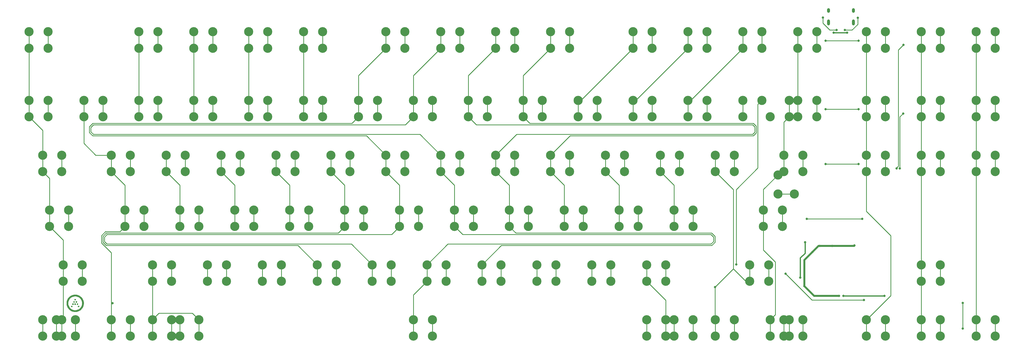
<source format=gtl>
G04 #@! TF.GenerationSoftware,KiCad,Pcbnew,(5.0.0)*
G04 #@! TF.CreationDate,2019-01-11T00:29:23-08:00*
G04 #@! TF.ProjectId,Celestine,43656C657374696E652E6B696361645F,rev?*
G04 #@! TF.SameCoordinates,Original*
G04 #@! TF.FileFunction,Copper,L1,Top,Signal*
G04 #@! TF.FilePolarity,Positive*
%FSLAX46Y46*%
G04 Gerber Fmt 4.6, Leading zero omitted, Abs format (unit mm)*
G04 Created by KiCad (PCBNEW (5.0.0)) date 01/11/19 00:29:23*
%MOMM*%
%LPD*%
G01*
G04 APERTURE LIST*
G04 #@! TA.AperFunction,EtchedComponent*
%ADD10C,0.010000*%
G04 #@! TD*
G04 #@! TA.AperFunction,ComponentPad*
%ADD11C,3.180000*%
G04 #@! TD*
G04 #@! TA.AperFunction,ComponentPad*
%ADD12O,1.000000X1.600000*%
G04 #@! TD*
G04 #@! TA.AperFunction,ComponentPad*
%ADD13O,1.000000X2.100000*%
G04 #@! TD*
G04 #@! TA.AperFunction,ViaPad*
%ADD14C,0.800000*%
G04 #@! TD*
G04 #@! TA.AperFunction,Conductor*
%ADD15C,0.381000*%
G04 #@! TD*
G04 #@! TA.AperFunction,Conductor*
%ADD16C,0.635000*%
G04 #@! TD*
G04 #@! TA.AperFunction,Conductor*
%ADD17C,0.254000*%
G04 #@! TD*
G04 #@! TA.AperFunction,Conductor*
%ADD18C,0.250000*%
G04 #@! TD*
G04 APERTURE END LIST*
D10*
G04 #@! TO.C,G\002A\002A\002A*
G36*
X44640500Y-100520500D02*
X44235688Y-100520500D01*
X44235688Y-100115688D01*
X44640500Y-100115688D01*
X44640500Y-100520500D01*
X44640500Y-100520500D01*
G37*
X44640500Y-100520500D02*
X44235688Y-100520500D01*
X44235688Y-100115688D01*
X44640500Y-100115688D01*
X44640500Y-100520500D01*
G36*
X45045313Y-101306313D02*
X44640500Y-101306313D01*
X44640500Y-100925313D01*
X45045313Y-100925313D01*
X45045313Y-101306313D01*
X45045313Y-101306313D01*
G37*
X45045313Y-101306313D02*
X44640500Y-101306313D01*
X44640500Y-100925313D01*
X45045313Y-100925313D01*
X45045313Y-101306313D01*
G36*
X44235688Y-101306313D02*
X43854688Y-101306313D01*
X43854688Y-100925313D01*
X44235688Y-100925313D01*
X44235688Y-101306313D01*
X44235688Y-101306313D01*
G37*
X44235688Y-101306313D02*
X43854688Y-101306313D01*
X43854688Y-100925313D01*
X44235688Y-100925313D01*
X44235688Y-101306313D01*
G36*
X45426313Y-102115938D02*
X45045313Y-102115938D01*
X45045313Y-101711125D01*
X45426313Y-101711125D01*
X45426313Y-102115938D01*
X45426313Y-102115938D01*
G37*
X45426313Y-102115938D02*
X45045313Y-102115938D01*
X45045313Y-101711125D01*
X45426313Y-101711125D01*
X45426313Y-102115938D01*
G36*
X44640500Y-102115938D02*
X44235688Y-102115938D01*
X44235688Y-101711125D01*
X44640500Y-101711125D01*
X44640500Y-102115938D01*
X44640500Y-102115938D01*
G37*
X44640500Y-102115938D02*
X44235688Y-102115938D01*
X44235688Y-101711125D01*
X44640500Y-101711125D01*
X44640500Y-102115938D01*
G36*
X43854688Y-102115938D02*
X43449875Y-102115938D01*
X43449875Y-101711125D01*
X43854688Y-101711125D01*
X43854688Y-102115938D01*
X43854688Y-102115938D01*
G37*
X43854688Y-102115938D02*
X43449875Y-102115938D01*
X43449875Y-101711125D01*
X43854688Y-101711125D01*
X43854688Y-102115938D01*
G36*
X45831125Y-102901750D02*
X45426313Y-102901750D01*
X45426313Y-102496938D01*
X45831125Y-102496938D01*
X45831125Y-102901750D01*
X45831125Y-102901750D01*
G37*
X45831125Y-102901750D02*
X45426313Y-102901750D01*
X45426313Y-102496938D01*
X45831125Y-102496938D01*
X45831125Y-102901750D01*
G36*
X43449875Y-102901750D02*
X43045063Y-102901750D01*
X43045063Y-102496938D01*
X43449875Y-102496938D01*
X43449875Y-102901750D01*
X43449875Y-102901750D01*
G37*
X43449875Y-102901750D02*
X43045063Y-102901750D01*
X43045063Y-102496938D01*
X43449875Y-102496938D01*
X43449875Y-102901750D01*
G36*
X44453969Y-98628045D02*
X44578087Y-98629415D01*
X44689799Y-98633572D01*
X44792392Y-98640919D01*
X44889156Y-98651860D01*
X44983378Y-98666798D01*
X45078347Y-98686137D01*
X45177351Y-98710281D01*
X45222630Y-98722418D01*
X45431177Y-98787656D01*
X45633265Y-98866992D01*
X45828128Y-98960028D01*
X46014999Y-99066368D01*
X46193114Y-99185616D01*
X46345260Y-99303617D01*
X46502928Y-99444342D01*
X46650265Y-99595787D01*
X46786586Y-99756885D01*
X46911208Y-99926567D01*
X47023447Y-100103766D01*
X47122620Y-100287416D01*
X47208042Y-100476447D01*
X47279030Y-100669793D01*
X47327784Y-100837803D01*
X47360855Y-100977789D01*
X47386215Y-101109725D01*
X47404607Y-101238997D01*
X47416775Y-101370993D01*
X47423461Y-101511100D01*
X47424114Y-101536500D01*
X47421395Y-101754797D01*
X47403200Y-101969580D01*
X47369535Y-102180821D01*
X47320406Y-102388489D01*
X47255819Y-102592555D01*
X47191622Y-102756487D01*
X47163539Y-102821752D01*
X47139477Y-102875910D01*
X47117608Y-102922613D01*
X47096107Y-102965513D01*
X47073146Y-103008263D01*
X47046900Y-103054515D01*
X47017775Y-103104156D01*
X46898556Y-103290427D01*
X46768452Y-103465153D01*
X46627329Y-103628465D01*
X46475055Y-103780496D01*
X46311497Y-103921380D01*
X46136524Y-104051248D01*
X45954156Y-104167775D01*
X45901327Y-104198744D01*
X45855414Y-104224721D01*
X45812765Y-104247531D01*
X45769728Y-104269001D01*
X45722651Y-104290957D01*
X45667881Y-104315225D01*
X45606487Y-104341622D01*
X45510254Y-104381169D01*
X45421536Y-104414208D01*
X45334422Y-104442695D01*
X45242998Y-104468589D01*
X45160406Y-104489322D01*
X44995890Y-104524876D01*
X44838795Y-104550553D01*
X44684567Y-104566893D01*
X44528649Y-104574436D01*
X44438094Y-104575013D01*
X44386875Y-104574498D01*
X44338754Y-104573793D01*
X44296874Y-104572960D01*
X44264378Y-104572063D01*
X44244410Y-104571165D01*
X44243625Y-104571109D01*
X44027451Y-104547157D01*
X43814694Y-104508170D01*
X43606213Y-104454467D01*
X43402868Y-104386363D01*
X43205516Y-104304176D01*
X43015018Y-104208225D01*
X42832232Y-104098826D01*
X42681276Y-103993796D01*
X42508349Y-103855449D01*
X42347665Y-103707088D01*
X42199451Y-103549039D01*
X42063929Y-103381632D01*
X41941324Y-103205194D01*
X41831861Y-103020052D01*
X41735763Y-102826535D01*
X41653256Y-102624971D01*
X41584563Y-102415688D01*
X41572418Y-102372630D01*
X41546052Y-102270835D01*
X41524667Y-102174511D01*
X41507859Y-102080367D01*
X41495225Y-101985117D01*
X41486360Y-101885470D01*
X41480862Y-101778140D01*
X41478326Y-101659836D01*
X41478045Y-101603969D01*
X41478720Y-101548608D01*
X42010794Y-101548608D01*
X42010897Y-101628746D01*
X42012563Y-101708410D01*
X42015759Y-101783537D01*
X42020456Y-101850060D01*
X42024176Y-101885750D01*
X42056050Y-102083048D01*
X42102701Y-102274663D01*
X42163951Y-102460222D01*
X42239619Y-102639349D01*
X42329527Y-102811669D01*
X42433494Y-102976809D01*
X42551341Y-103134393D01*
X42682888Y-103284047D01*
X42705224Y-103307260D01*
X42839458Y-103434334D01*
X42985160Y-103552270D01*
X43139631Y-103659090D01*
X43300169Y-103752816D01*
X43345958Y-103776504D01*
X43420366Y-103813153D01*
X43485607Y-103843372D01*
X43546104Y-103868940D01*
X43606278Y-103891634D01*
X43670551Y-103913233D01*
X43735625Y-103933227D01*
X43924838Y-103982640D01*
X44110589Y-104017091D01*
X44294327Y-104036714D01*
X44477503Y-104041642D01*
X44661564Y-104032011D01*
X44728106Y-104025031D01*
X44915438Y-103996087D01*
X45095019Y-103954278D01*
X45269357Y-103898854D01*
X45440959Y-103829064D01*
X45537916Y-103782866D01*
X45708548Y-103689447D01*
X45867964Y-103585712D01*
X46016922Y-103470974D01*
X46156179Y-103344550D01*
X46286494Y-103205754D01*
X46408624Y-103053903D01*
X46516892Y-102898259D01*
X46542018Y-102857068D01*
X46571341Y-102804940D01*
X46603041Y-102745496D01*
X46635299Y-102682356D01*
X46666293Y-102619140D01*
X46694206Y-102559467D01*
X46717215Y-102506957D01*
X46730653Y-102473125D01*
X46793520Y-102281584D01*
X46840916Y-102088845D01*
X46872800Y-101895450D01*
X46889130Y-101701940D01*
X46889868Y-101508857D01*
X46874972Y-101316742D01*
X46844402Y-101126136D01*
X46834599Y-101080094D01*
X46800950Y-100943801D01*
X46762642Y-100817618D01*
X46717704Y-100696007D01*
X46664163Y-100573432D01*
X46626504Y-100495958D01*
X46532799Y-100327110D01*
X46425974Y-100166673D01*
X46306798Y-100015368D01*
X46176037Y-99873914D01*
X46034460Y-99743031D01*
X45882834Y-99623440D01*
X45721927Y-99515860D01*
X45552507Y-99421011D01*
X45408325Y-99353480D01*
X45236697Y-99287085D01*
X45064143Y-99235087D01*
X44888656Y-99197078D01*
X44708226Y-99172651D01*
X44520845Y-99161397D01*
X44457938Y-99160507D01*
X44259843Y-99166877D01*
X44068215Y-99187522D01*
X43882281Y-99222673D01*
X43701265Y-99272567D01*
X43524394Y-99337435D01*
X43350894Y-99417513D01*
X43179991Y-99513035D01*
X43079294Y-99577244D01*
X42939861Y-99678772D01*
X42805663Y-99793278D01*
X42678341Y-99918839D01*
X42559535Y-100053531D01*
X42450886Y-100195431D01*
X42354035Y-100342615D01*
X42270622Y-100493161D01*
X42235826Y-100566080D01*
X42174423Y-100710939D01*
X42124192Y-100850178D01*
X42083935Y-100988126D01*
X42052456Y-101129114D01*
X42028556Y-101277471D01*
X42020155Y-101346000D01*
X42015392Y-101403170D01*
X42012282Y-101472061D01*
X42010794Y-101548608D01*
X41478720Y-101548608D01*
X41479790Y-101460973D01*
X41485664Y-101330106D01*
X41496238Y-101208025D01*
X41512085Y-101091385D01*
X41533777Y-100976844D01*
X41561887Y-100861059D01*
X41596986Y-100740687D01*
X41639647Y-100612384D01*
X41655341Y-100568125D01*
X41733726Y-100373406D01*
X41826566Y-100185072D01*
X41933672Y-100003385D01*
X42054852Y-99828608D01*
X42189917Y-99661003D01*
X42338674Y-99500833D01*
X42500933Y-99348360D01*
X42607771Y-99258179D01*
X42693600Y-99192686D01*
X42791139Y-99125360D01*
X42896748Y-99058412D01*
X43006786Y-98994055D01*
X43117613Y-98934500D01*
X43225589Y-98881958D01*
X43231594Y-98879215D01*
X43301554Y-98849342D01*
X43382735Y-98817956D01*
X43470767Y-98786536D01*
X43561279Y-98756562D01*
X43649901Y-98729511D01*
X43732264Y-98706864D01*
X43764150Y-98698971D01*
X43857375Y-98678203D01*
X43946349Y-98661543D01*
X44034353Y-98648652D01*
X44124669Y-98639195D01*
X44220578Y-98632832D01*
X44325360Y-98629228D01*
X44442295Y-98628044D01*
X44453969Y-98628045D01*
X44453969Y-98628045D01*
G37*
X44453969Y-98628045D02*
X44578087Y-98629415D01*
X44689799Y-98633572D01*
X44792392Y-98640919D01*
X44889156Y-98651860D01*
X44983378Y-98666798D01*
X45078347Y-98686137D01*
X45177351Y-98710281D01*
X45222630Y-98722418D01*
X45431177Y-98787656D01*
X45633265Y-98866992D01*
X45828128Y-98960028D01*
X46014999Y-99066368D01*
X46193114Y-99185616D01*
X46345260Y-99303617D01*
X46502928Y-99444342D01*
X46650265Y-99595787D01*
X46786586Y-99756885D01*
X46911208Y-99926567D01*
X47023447Y-100103766D01*
X47122620Y-100287416D01*
X47208042Y-100476447D01*
X47279030Y-100669793D01*
X47327784Y-100837803D01*
X47360855Y-100977789D01*
X47386215Y-101109725D01*
X47404607Y-101238997D01*
X47416775Y-101370993D01*
X47423461Y-101511100D01*
X47424114Y-101536500D01*
X47421395Y-101754797D01*
X47403200Y-101969580D01*
X47369535Y-102180821D01*
X47320406Y-102388489D01*
X47255819Y-102592555D01*
X47191622Y-102756487D01*
X47163539Y-102821752D01*
X47139477Y-102875910D01*
X47117608Y-102922613D01*
X47096107Y-102965513D01*
X47073146Y-103008263D01*
X47046900Y-103054515D01*
X47017775Y-103104156D01*
X46898556Y-103290427D01*
X46768452Y-103465153D01*
X46627329Y-103628465D01*
X46475055Y-103780496D01*
X46311497Y-103921380D01*
X46136524Y-104051248D01*
X45954156Y-104167775D01*
X45901327Y-104198744D01*
X45855414Y-104224721D01*
X45812765Y-104247531D01*
X45769728Y-104269001D01*
X45722651Y-104290957D01*
X45667881Y-104315225D01*
X45606487Y-104341622D01*
X45510254Y-104381169D01*
X45421536Y-104414208D01*
X45334422Y-104442695D01*
X45242998Y-104468589D01*
X45160406Y-104489322D01*
X44995890Y-104524876D01*
X44838795Y-104550553D01*
X44684567Y-104566893D01*
X44528649Y-104574436D01*
X44438094Y-104575013D01*
X44386875Y-104574498D01*
X44338754Y-104573793D01*
X44296874Y-104572960D01*
X44264378Y-104572063D01*
X44244410Y-104571165D01*
X44243625Y-104571109D01*
X44027451Y-104547157D01*
X43814694Y-104508170D01*
X43606213Y-104454467D01*
X43402868Y-104386363D01*
X43205516Y-104304176D01*
X43015018Y-104208225D01*
X42832232Y-104098826D01*
X42681276Y-103993796D01*
X42508349Y-103855449D01*
X42347665Y-103707088D01*
X42199451Y-103549039D01*
X42063929Y-103381632D01*
X41941324Y-103205194D01*
X41831861Y-103020052D01*
X41735763Y-102826535D01*
X41653256Y-102624971D01*
X41584563Y-102415688D01*
X41572418Y-102372630D01*
X41546052Y-102270835D01*
X41524667Y-102174511D01*
X41507859Y-102080367D01*
X41495225Y-101985117D01*
X41486360Y-101885470D01*
X41480862Y-101778140D01*
X41478326Y-101659836D01*
X41478045Y-101603969D01*
X41478720Y-101548608D01*
X42010794Y-101548608D01*
X42010897Y-101628746D01*
X42012563Y-101708410D01*
X42015759Y-101783537D01*
X42020456Y-101850060D01*
X42024176Y-101885750D01*
X42056050Y-102083048D01*
X42102701Y-102274663D01*
X42163951Y-102460222D01*
X42239619Y-102639349D01*
X42329527Y-102811669D01*
X42433494Y-102976809D01*
X42551341Y-103134393D01*
X42682888Y-103284047D01*
X42705224Y-103307260D01*
X42839458Y-103434334D01*
X42985160Y-103552270D01*
X43139631Y-103659090D01*
X43300169Y-103752816D01*
X43345958Y-103776504D01*
X43420366Y-103813153D01*
X43485607Y-103843372D01*
X43546104Y-103868940D01*
X43606278Y-103891634D01*
X43670551Y-103913233D01*
X43735625Y-103933227D01*
X43924838Y-103982640D01*
X44110589Y-104017091D01*
X44294327Y-104036714D01*
X44477503Y-104041642D01*
X44661564Y-104032011D01*
X44728106Y-104025031D01*
X44915438Y-103996087D01*
X45095019Y-103954278D01*
X45269357Y-103898854D01*
X45440959Y-103829064D01*
X45537916Y-103782866D01*
X45708548Y-103689447D01*
X45867964Y-103585712D01*
X46016922Y-103470974D01*
X46156179Y-103344550D01*
X46286494Y-103205754D01*
X46408624Y-103053903D01*
X46516892Y-102898259D01*
X46542018Y-102857068D01*
X46571341Y-102804940D01*
X46603041Y-102745496D01*
X46635299Y-102682356D01*
X46666293Y-102619140D01*
X46694206Y-102559467D01*
X46717215Y-102506957D01*
X46730653Y-102473125D01*
X46793520Y-102281584D01*
X46840916Y-102088845D01*
X46872800Y-101895450D01*
X46889130Y-101701940D01*
X46889868Y-101508857D01*
X46874972Y-101316742D01*
X46844402Y-101126136D01*
X46834599Y-101080094D01*
X46800950Y-100943801D01*
X46762642Y-100817618D01*
X46717704Y-100696007D01*
X46664163Y-100573432D01*
X46626504Y-100495958D01*
X46532799Y-100327110D01*
X46425974Y-100166673D01*
X46306798Y-100015368D01*
X46176037Y-99873914D01*
X46034460Y-99743031D01*
X45882834Y-99623440D01*
X45721927Y-99515860D01*
X45552507Y-99421011D01*
X45408325Y-99353480D01*
X45236697Y-99287085D01*
X45064143Y-99235087D01*
X44888656Y-99197078D01*
X44708226Y-99172651D01*
X44520845Y-99161397D01*
X44457938Y-99160507D01*
X44259843Y-99166877D01*
X44068215Y-99187522D01*
X43882281Y-99222673D01*
X43701265Y-99272567D01*
X43524394Y-99337435D01*
X43350894Y-99417513D01*
X43179991Y-99513035D01*
X43079294Y-99577244D01*
X42939861Y-99678772D01*
X42805663Y-99793278D01*
X42678341Y-99918839D01*
X42559535Y-100053531D01*
X42450886Y-100195431D01*
X42354035Y-100342615D01*
X42270622Y-100493161D01*
X42235826Y-100566080D01*
X42174423Y-100710939D01*
X42124192Y-100850178D01*
X42083935Y-100988126D01*
X42052456Y-101129114D01*
X42028556Y-101277471D01*
X42020155Y-101346000D01*
X42015392Y-101403170D01*
X42012282Y-101472061D01*
X42010794Y-101548608D01*
X41478720Y-101548608D01*
X41479790Y-101460973D01*
X41485664Y-101330106D01*
X41496238Y-101208025D01*
X41512085Y-101091385D01*
X41533777Y-100976844D01*
X41561887Y-100861059D01*
X41596986Y-100740687D01*
X41639647Y-100612384D01*
X41655341Y-100568125D01*
X41733726Y-100373406D01*
X41826566Y-100185072D01*
X41933672Y-100003385D01*
X42054852Y-99828608D01*
X42189917Y-99661003D01*
X42338674Y-99500833D01*
X42500933Y-99348360D01*
X42607771Y-99258179D01*
X42693600Y-99192686D01*
X42791139Y-99125360D01*
X42896748Y-99058412D01*
X43006786Y-98994055D01*
X43117613Y-98934500D01*
X43225589Y-98881958D01*
X43231594Y-98879215D01*
X43301554Y-98849342D01*
X43382735Y-98817956D01*
X43470767Y-98786536D01*
X43561279Y-98756562D01*
X43649901Y-98729511D01*
X43732264Y-98706864D01*
X43764150Y-98698971D01*
X43857375Y-98678203D01*
X43946349Y-98661543D01*
X44034353Y-98648652D01*
X44124669Y-98639195D01*
X44220578Y-98632832D01*
X44325360Y-98629228D01*
X44442295Y-98628044D01*
X44453969Y-98628045D01*
G04 #@! TD*
D11*
G04 #@! TO.P,K_.1,2*
G04 #@! TO.N,Net-(D54-Pad2)*
X230312500Y-93980000D03*
X230312500Y-88260000D03*
G04 #@! TO.P,K_.1,1*
G04 #@! TO.N,COL10*
X223712500Y-93980000D03*
X223712500Y-88260000D03*
G04 #@! TD*
G04 #@! TO.P,K_\002C1,2*
G04 #@! TO.N,Net-(D53-Pad2)*
X211262500Y-93980000D03*
X211262500Y-88260000D03*
G04 #@! TO.P,K_\002C1,1*
G04 #@! TO.N,COL9*
X204662500Y-93980000D03*
X204662500Y-88260000D03*
G04 #@! TD*
G04 #@! TO.P,K_#1,2*
G04 #@! TO.N,Net-(D2-Pad2)*
X54100000Y-36830000D03*
X54100000Y-31110000D03*
G04 #@! TO.P,K_#1,1*
G04 #@! TO.N,COL1*
X47500000Y-36830000D03*
X47500000Y-31110000D03*
G04 #@! TD*
G04 #@! TO.P,K_#2,1*
G04 #@! TO.N,COL2*
X66550000Y-31110000D03*
X66550000Y-36830000D03*
G04 #@! TO.P,K_#2,2*
G04 #@! TO.N,Net-(D3-Pad2)*
X73150000Y-31110000D03*
X73150000Y-36830000D03*
G04 #@! TD*
G04 #@! TO.P,K_#3,2*
G04 #@! TO.N,Net-(D4-Pad2)*
X92200000Y-36830000D03*
X92200000Y-31110000D03*
G04 #@! TO.P,K_#3,1*
G04 #@! TO.N,COL3*
X85600000Y-36830000D03*
X85600000Y-31110000D03*
G04 #@! TD*
G04 #@! TO.P,K_#4,1*
G04 #@! TO.N,COL4*
X104650000Y-31110000D03*
X104650000Y-36830000D03*
G04 #@! TO.P,K_#4,2*
G04 #@! TO.N,Net-(D5-Pad2)*
X111250000Y-31110000D03*
X111250000Y-36830000D03*
G04 #@! TD*
G04 #@! TO.P,K_#5,1*
G04 #@! TO.N,COL5*
X123700000Y-31110000D03*
X123700000Y-36830000D03*
G04 #@! TO.P,K_#5,2*
G04 #@! TO.N,Net-(D6-Pad2)*
X130300000Y-31110000D03*
X130300000Y-36830000D03*
G04 #@! TD*
G04 #@! TO.P,K_#6,1*
G04 #@! TO.N,COL6*
X142750000Y-31110000D03*
X142750000Y-36830000D03*
G04 #@! TO.P,K_#6,2*
G04 #@! TO.N,Net-(D7-Pad2)*
X149350000Y-31110000D03*
X149350000Y-36830000D03*
G04 #@! TD*
G04 #@! TO.P,K_#7,1*
G04 #@! TO.N,COL7*
X161800000Y-31110000D03*
X161800000Y-36830000D03*
G04 #@! TO.P,K_#7,2*
G04 #@! TO.N,Net-(D8-Pad2)*
X168400000Y-31110000D03*
X168400000Y-36830000D03*
G04 #@! TD*
G04 #@! TO.P,K_#8,1*
G04 #@! TO.N,COL8*
X180850000Y-31110000D03*
X180850000Y-36830000D03*
G04 #@! TO.P,K_#8,2*
G04 #@! TO.N,Net-(D9-Pad2)*
X187450000Y-31110000D03*
X187450000Y-36830000D03*
G04 #@! TD*
G04 #@! TO.P,K_#9,1*
G04 #@! TO.N,COL9*
X199900000Y-31110000D03*
X199900000Y-36830000D03*
G04 #@! TO.P,K_#9,2*
G04 #@! TO.N,Net-(D10-Pad2)*
X206500000Y-31110000D03*
X206500000Y-36830000D03*
G04 #@! TD*
G04 #@! TO.P,K_#10,2*
G04 #@! TO.N,Net-(D11-Pad2)*
X225550000Y-36830000D03*
X225550000Y-31110000D03*
G04 #@! TO.P,K_#10,1*
G04 #@! TO.N,COL10*
X218950000Y-36830000D03*
X218950000Y-31110000D03*
G04 #@! TD*
G04 #@! TO.P,K_'1,1*
G04 #@! TO.N,COL11*
X252287500Y-69210000D03*
X252287500Y-74930000D03*
G04 #@! TO.P,K_'1,2*
G04 #@! TO.N,Net-(D42-Pad2)*
X258887500Y-69210000D03*
X258887500Y-74930000D03*
G04 #@! TD*
G04 #@! TO.P,K_-1,2*
G04 #@! TO.N,Net-(D12-Pad2)*
X244600000Y-36830000D03*
X244600000Y-31110000D03*
G04 #@! TO.P,K_-1,1*
G04 #@! TO.N,COL11*
X238000000Y-36830000D03*
X238000000Y-31110000D03*
G04 #@! TD*
G04 #@! TO.P,K_/1,1*
G04 #@! TO.N,COL11*
X242762500Y-88260000D03*
X242762500Y-93980000D03*
G04 #@! TO.P,K_/1,2*
G04 #@! TO.N,Net-(D55-Pad2)*
X249362500Y-88260000D03*
X249362500Y-93980000D03*
G04 #@! TD*
G04 #@! TO.P,K_;1,1*
G04 #@! TO.N,COL10*
X233237500Y-69210000D03*
X233237500Y-74930000D03*
G04 #@! TO.P,K_;1,2*
G04 #@! TO.N,Net-(D41-Pad2)*
X239837500Y-69210000D03*
X239837500Y-74930000D03*
G04 #@! TD*
G04 #@! TO.P,K_=1,1*
G04 #@! TO.N,COL12*
X257050000Y-31110000D03*
X257050000Y-36830000D03*
G04 #@! TO.P,K_=1,2*
G04 #@! TO.N,Net-(D13-Pad2)*
X263650000Y-31110000D03*
X263650000Y-36830000D03*
G04 #@! TD*
G04 #@! TO.P,K_[1,1*
G04 #@! TO.N,COL11*
X247525000Y-50160000D03*
X247525000Y-55880000D03*
G04 #@! TO.P,K_[1,2*
G04 #@! TO.N,Net-(D27-Pad2)*
X254125000Y-50160000D03*
X254125000Y-55880000D03*
G04 #@! TD*
G04 #@! TO.P,K_\005C1,1*
G04 #@! TO.N,COL13*
X290387500Y-50160000D03*
X290387500Y-55880000D03*
G04 #@! TO.P,K_\005C1,2*
G04 #@! TO.N,Net-(D29-Pad2)*
X296987500Y-50160000D03*
X296987500Y-55880000D03*
G04 #@! TD*
G04 #@! TO.P,K_]1,1*
G04 #@! TO.N,COL12*
X266575000Y-50160000D03*
X266575000Y-55880000D03*
G04 #@! TO.P,K_]1,2*
G04 #@! TO.N,Net-(D28-Pad2)*
X273175000Y-50160000D03*
X273175000Y-55880000D03*
G04 #@! TD*
G04 #@! TO.P,K_A1,2*
G04 #@! TO.N,Net-(D32-Pad2)*
X68387500Y-74930000D03*
X68387500Y-69210000D03*
G04 #@! TO.P,K_A1,1*
G04 #@! TO.N,COL1*
X61787500Y-74930000D03*
X61787500Y-69210000D03*
G04 #@! TD*
G04 #@! TO.P,K_ALT1,2*
G04 #@! TO.N,Net-(D67-Pad2)*
X77912500Y-113030000D03*
X77912500Y-107310000D03*
G04 #@! TO.P,K_ALT1,1*
G04 #@! TO.N,COL2*
X71312500Y-113030000D03*
X71312500Y-107310000D03*
G04 #@! TD*
G04 #@! TO.P,K_ALT2,2*
G04 #@! TO.N,COL2*
X87437500Y-113030000D03*
X87437500Y-107310000D03*
G04 #@! TO.P,K_ALT2,1*
G04 #@! TO.N,Net-(D67-Pad2)*
X80837500Y-113030000D03*
X80837500Y-107310000D03*
G04 #@! TD*
G04 #@! TO.P,K_B1,2*
G04 #@! TO.N,Net-(D50-Pad2)*
X154112500Y-93980000D03*
X154112500Y-88260000D03*
G04 #@! TO.P,K_B1,1*
G04 #@! TO.N,COL6*
X147512500Y-93980000D03*
X147512500Y-88260000D03*
G04 #@! TD*
G04 #@! TO.P,K_C1,2*
G04 #@! TO.N,Net-(D48-Pad2)*
X116012500Y-93980000D03*
X116012500Y-88260000D03*
G04 #@! TO.P,K_C1,1*
G04 #@! TO.N,COL4*
X109412500Y-93980000D03*
X109412500Y-88260000D03*
G04 #@! TD*
G04 #@! TO.P,K_CAPS1,1*
G04 #@! TO.N,COL0*
X35593750Y-69210000D03*
X35593750Y-74930000D03*
G04 #@! TO.P,K_CAPS1,2*
G04 #@! TO.N,Net-(D31-Pad2)*
X42193750Y-69210000D03*
X42193750Y-74930000D03*
G04 #@! TD*
G04 #@! TO.P,K_CTRL2,2*
G04 #@! TO.N,COL0*
X39812500Y-113030000D03*
X39812500Y-107310000D03*
G04 #@! TO.P,K_CTRL2,1*
G04 #@! TO.N,Net-(D59-Pad2)*
X33212500Y-113030000D03*
X33212500Y-107310000D03*
G04 #@! TD*
G04 #@! TO.P,K_D1,2*
G04 #@! TO.N,Net-(D34-Pad2)*
X106487500Y-74930000D03*
X106487500Y-69210000D03*
G04 #@! TO.P,K_D1,1*
G04 #@! TO.N,COL3*
X99887500Y-74930000D03*
X99887500Y-69210000D03*
G04 #@! TD*
G04 #@! TO.P,K_E1,2*
G04 #@! TO.N,Net-(D19-Pad2)*
X101725000Y-55880000D03*
X101725000Y-50160000D03*
G04 #@! TO.P,K_E1,1*
G04 #@! TO.N,COL3*
X95125000Y-55880000D03*
X95125000Y-50160000D03*
G04 #@! TD*
G04 #@! TO.P,K_ENTER1,1*
G04 #@! TO.N,COL13*
X283243750Y-69210000D03*
X283243750Y-74930000D03*
G04 #@! TO.P,K_ENTER1,2*
G04 #@! TO.N,Net-(D43-Pad2)*
X289843750Y-69210000D03*
X289843750Y-74930000D03*
G04 #@! TD*
G04 #@! TO.P,K_ESC1,1*
G04 #@! TO.N,COL0*
X28450000Y-7297500D03*
X28450000Y-13017500D03*
G04 #@! TO.P,K_ESC1,2*
G04 #@! TO.N,Net-(D15-Pad2)*
X35050000Y-7297500D03*
X35050000Y-13017500D03*
G04 #@! TD*
G04 #@! TO.P,K_F1,1*
G04 #@! TO.N,COL4*
X118937500Y-69210000D03*
X118937500Y-74930000D03*
G04 #@! TO.P,K_F1,2*
G04 #@! TO.N,Net-(D35-Pad2)*
X125537500Y-69210000D03*
X125537500Y-74930000D03*
G04 #@! TD*
G04 #@! TO.P,K_G1,2*
G04 #@! TO.N,Net-(D36-Pad2)*
X144587500Y-74930000D03*
X144587500Y-69210000D03*
G04 #@! TO.P,K_G1,1*
G04 #@! TO.N,COL5*
X137987500Y-74930000D03*
X137987500Y-69210000D03*
G04 #@! TD*
G04 #@! TO.P,K_H1,1*
G04 #@! TO.N,COL6*
X157037500Y-69210000D03*
X157037500Y-74930000D03*
G04 #@! TO.P,K_H1,2*
G04 #@! TO.N,Net-(D37-Pad2)*
X163637500Y-69210000D03*
X163637500Y-74930000D03*
G04 #@! TD*
G04 #@! TO.P,K_I1,1*
G04 #@! TO.N,COL8*
X190375000Y-50160000D03*
X190375000Y-55880000D03*
G04 #@! TO.P,K_I1,2*
G04 #@! TO.N,Net-(D24-Pad2)*
X196975000Y-50160000D03*
X196975000Y-55880000D03*
G04 #@! TD*
G04 #@! TO.P,K_J1,2*
G04 #@! TO.N,Net-(D38-Pad2)*
X182687500Y-74930000D03*
X182687500Y-69210000D03*
G04 #@! TO.P,K_J1,1*
G04 #@! TO.N,COL7*
X176087500Y-74930000D03*
X176087500Y-69210000D03*
G04 #@! TD*
G04 #@! TO.P,K_K1,2*
G04 #@! TO.N,Net-(D39-Pad2)*
X201737500Y-74930000D03*
X201737500Y-69210000D03*
G04 #@! TO.P,K_K1,1*
G04 #@! TO.N,COL8*
X195137500Y-74930000D03*
X195137500Y-69210000D03*
G04 #@! TD*
G04 #@! TO.P,K_L1,2*
G04 #@! TO.N,Net-(D40-Pad2)*
X220787500Y-74930000D03*
X220787500Y-69210000D03*
G04 #@! TO.P,K_L1,1*
G04 #@! TO.N,COL9*
X214187500Y-74930000D03*
X214187500Y-69210000D03*
G04 #@! TD*
G04 #@! TO.P,K_M1,2*
G04 #@! TO.N,Net-(D52-Pad2)*
X192212500Y-93980000D03*
X192212500Y-88260000D03*
G04 #@! TO.P,K_M1,1*
G04 #@! TO.N,COL8*
X185612500Y-93980000D03*
X185612500Y-88260000D03*
G04 #@! TD*
G04 #@! TO.P,K_N1,1*
G04 #@! TO.N,COL7*
X166562500Y-88260000D03*
X166562500Y-93980000D03*
G04 #@! TO.P,K_N1,2*
G04 #@! TO.N,Net-(D51-Pad2)*
X173162500Y-88260000D03*
X173162500Y-93980000D03*
G04 #@! TD*
G04 #@! TO.P,K_O1,1*
G04 #@! TO.N,COL9*
X209425000Y-50160000D03*
X209425000Y-55880000D03*
G04 #@! TO.P,K_O1,2*
G04 #@! TO.N,Net-(D25-Pad2)*
X216025000Y-50160000D03*
X216025000Y-55880000D03*
G04 #@! TD*
G04 #@! TO.P,K_P1,2*
G04 #@! TO.N,Net-(D26-Pad2)*
X235075000Y-55880000D03*
X235075000Y-50160000D03*
G04 #@! TO.P,K_P1,1*
G04 #@! TO.N,COL10*
X228475000Y-55880000D03*
X228475000Y-50160000D03*
G04 #@! TD*
G04 #@! TO.P,K_Q1,2*
G04 #@! TO.N,Net-(D17-Pad2)*
X63625000Y-55880000D03*
X63625000Y-50160000D03*
G04 #@! TO.P,K_Q1,1*
G04 #@! TO.N,COL1*
X57025000Y-55880000D03*
X57025000Y-50160000D03*
G04 #@! TD*
G04 #@! TO.P,K_R1,1*
G04 #@! TO.N,COL4*
X114175000Y-50160000D03*
X114175000Y-55880000D03*
G04 #@! TO.P,K_R1,2*
G04 #@! TO.N,Net-(D20-Pad2)*
X120775000Y-50160000D03*
X120775000Y-55880000D03*
G04 #@! TD*
G04 #@! TO.P,K_RSHIFT1,1*
G04 #@! TO.N,COL12*
X278481250Y-88260000D03*
X278481250Y-93980000D03*
G04 #@! TO.P,K_RSHIFT1,2*
G04 #@! TO.N,Net-(D56-Pad2)*
X285081250Y-88260000D03*
X285081250Y-93980000D03*
G04 #@! TD*
G04 #@! TO.P,K_S1,1*
G04 #@! TO.N,COL2*
X80837500Y-69210000D03*
X80837500Y-74930000D03*
G04 #@! TO.P,K_S1,2*
G04 #@! TO.N,Net-(D33-Pad2)*
X87437500Y-69210000D03*
X87437500Y-74930000D03*
G04 #@! TD*
G04 #@! TO.P,K_SBACK1,2*
G04 #@! TO.N,Net-(D14-Pad2)*
X301750000Y-36830000D03*
X301750000Y-31110000D03*
G04 #@! TO.P,K_SBACK1,1*
G04 #@! TO.N,COL13*
X295150000Y-36830000D03*
X295150000Y-31110000D03*
G04 #@! TD*
G04 #@! TO.P,K_SHIFT1,2*
G04 #@! TO.N,Net-(D45-Pad2)*
X46956250Y-93980000D03*
X46956250Y-88260000D03*
G04 #@! TO.P,K_SHIFT1,1*
G04 #@! TO.N,COL0*
X40356250Y-93980000D03*
X40356250Y-88260000D03*
G04 #@! TD*
G04 #@! TO.P,K_SPACE1,1*
G04 #@! TO.N,COL7*
X161800000Y-107310000D03*
X161800000Y-113030000D03*
G04 #@! TO.P,K_SPACE1,2*
G04 #@! TO.N,Net-(D61-Pad2)*
X168400000Y-107310000D03*
X168400000Y-113030000D03*
G04 #@! TD*
G04 #@! TO.P,K_T1,2*
G04 #@! TO.N,Net-(D21-Pad2)*
X139825000Y-55880000D03*
X139825000Y-50160000D03*
G04 #@! TO.P,K_T1,1*
G04 #@! TO.N,COL5*
X133225000Y-55880000D03*
X133225000Y-50160000D03*
G04 #@! TD*
G04 #@! TO.P,K_TAB1,1*
G04 #@! TO.N,COL0*
X33212500Y-50160000D03*
X33212500Y-55880000D03*
G04 #@! TO.P,K_TAB1,2*
G04 #@! TO.N,Net-(D16-Pad2)*
X39812500Y-50160000D03*
X39812500Y-55880000D03*
G04 #@! TD*
G04 #@! TO.P,K_U1,2*
G04 #@! TO.N,Net-(D23-Pad2)*
X177925000Y-55880000D03*
X177925000Y-50160000D03*
G04 #@! TO.P,K_U1,1*
G04 #@! TO.N,COL7*
X171325000Y-55880000D03*
X171325000Y-50160000D03*
G04 #@! TD*
G04 #@! TO.P,K_V1,1*
G04 #@! TO.N,COL5*
X128462500Y-88260000D03*
X128462500Y-93980000D03*
G04 #@! TO.P,K_V1,2*
G04 #@! TO.N,Net-(D49-Pad2)*
X135062500Y-88260000D03*
X135062500Y-93980000D03*
G04 #@! TD*
G04 #@! TO.P,K_W1,2*
G04 #@! TO.N,Net-(D18-Pad2)*
X82675000Y-55880000D03*
X82675000Y-50160000D03*
G04 #@! TO.P,K_W1,1*
G04 #@! TO.N,COL2*
X76075000Y-55880000D03*
X76075000Y-50160000D03*
G04 #@! TD*
G04 #@! TO.P,K_X1,1*
G04 #@! TO.N,COL3*
X90362500Y-88260000D03*
X90362500Y-93980000D03*
G04 #@! TO.P,K_X1,2*
G04 #@! TO.N,Net-(D47-Pad2)*
X96962500Y-88260000D03*
X96962500Y-93980000D03*
G04 #@! TD*
G04 #@! TO.P,K_Y1,1*
G04 #@! TO.N,COL6*
X152275000Y-50160000D03*
X152275000Y-55880000D03*
G04 #@! TO.P,K_Y1,2*
G04 #@! TO.N,Net-(D22-Pad2)*
X158875000Y-50160000D03*
X158875000Y-55880000D03*
G04 #@! TD*
G04 #@! TO.P,K_Z1,2*
G04 #@! TO.N,Net-(D46-Pad2)*
X77912500Y-93980000D03*
X77912500Y-88260000D03*
G04 #@! TO.P,K_Z1,1*
G04 #@! TO.N,COL2*
X71312500Y-93980000D03*
X71312500Y-88260000D03*
G04 #@! TD*
D12*
G04 #@! TO.P,USB1,13*
G04 #@! TO.N,GND*
X314454000Y98750D03*
X305814000Y98750D03*
D13*
X314454000Y-4081250D03*
X305814000Y-4081250D03*
G04 #@! TD*
D11*
G04 #@! TO.P,K_CTRL1,1*
G04 #@! TO.N,COL0*
X37975000Y-107310000D03*
X37975000Y-113030000D03*
G04 #@! TO.P,K_CTRL1,2*
G04 #@! TO.N,Net-(D59-Pad2)*
X44575000Y-107310000D03*
X44575000Y-113030000D03*
G04 #@! TD*
G04 #@! TO.P,K_RALT1,1*
G04 #@! TO.N,COL11*
X252287500Y-107310000D03*
X252287500Y-113030000D03*
G04 #@! TO.P,K_RALT1,2*
G04 #@! TO.N,Net-(D64-Pad2)*
X258887500Y-107310000D03*
X258887500Y-113030000D03*
G04 #@! TD*
G04 #@! TO.P,K_RALT2,2*
G04 #@! TO.N,COL11*
X249362500Y-113030000D03*
X249362500Y-107310000D03*
G04 #@! TO.P,K_RALT2,1*
G04 #@! TO.N,Net-(D64-Pad2)*
X242762500Y-113030000D03*
X242762500Y-107310000D03*
G04 #@! TD*
G04 #@! TO.P,K_RCTRL1,1*
G04 #@! TO.N,COL13*
X285625000Y-107310000D03*
X285625000Y-113030000D03*
G04 #@! TO.P,K_RCTRL1,2*
G04 #@! TO.N,Net-(D65-Pad2)*
X292225000Y-107310000D03*
X292225000Y-113030000D03*
G04 #@! TD*
G04 #@! TO.P,K_RCTRL2,1*
G04 #@! TO.N,Net-(D65-Pad2)*
X290387500Y-107310000D03*
X290387500Y-113030000D03*
G04 #@! TO.P,K_RCTRL2,2*
G04 #@! TO.N,COL13*
X296987500Y-107310000D03*
X296987500Y-113030000D03*
G04 #@! TD*
G04 #@! TO.P,K_`1,1*
G04 #@! TO.N,COL0*
X28450000Y-31110000D03*
X28450000Y-36830000D03*
G04 #@! TO.P,K_`1,2*
G04 #@! TO.N,Net-(D1-Pad2)*
X35050000Y-31110000D03*
X35050000Y-36830000D03*
G04 #@! TD*
G04 #@! TO.P,K_FN1,1*
G04 #@! TO.N,COL2*
X66550000Y-7297500D03*
X66550000Y-13017500D03*
G04 #@! TO.P,K_FN1,2*
G04 #@! TO.N,Net-(D30-Pad2)*
X73150000Y-7297500D03*
X73150000Y-13017500D03*
G04 #@! TD*
G04 #@! TO.P,K_FN2,2*
G04 #@! TO.N,Net-(D58-Pad2)*
X92200000Y-13017500D03*
X92200000Y-7297500D03*
G04 #@! TO.P,K_FN2,1*
G04 #@! TO.N,COL3*
X85600000Y-13017500D03*
X85600000Y-7297500D03*
G04 #@! TD*
G04 #@! TO.P,K_FN3,2*
G04 #@! TO.N,Net-(D60-Pad2)*
X111250000Y-13017500D03*
X111250000Y-7297500D03*
G04 #@! TO.P,K_FN3,1*
G04 #@! TO.N,COL4*
X104650000Y-13017500D03*
X104650000Y-7297500D03*
G04 #@! TD*
G04 #@! TO.P,K_FN4,1*
G04 #@! TO.N,COL5*
X123700000Y-7297500D03*
X123700000Y-13017500D03*
G04 #@! TO.P,K_FN4,2*
G04 #@! TO.N,Net-(D62-Pad2)*
X130300000Y-7297500D03*
X130300000Y-13017500D03*
G04 #@! TD*
G04 #@! TO.P,K_FN5,2*
G04 #@! TO.N,Net-(D63-Pad2)*
X158875000Y-13017500D03*
X158875000Y-7297500D03*
G04 #@! TO.P,K_FN5,1*
G04 #@! TO.N,COL6*
X152275000Y-13017500D03*
X152275000Y-7297500D03*
G04 #@! TD*
G04 #@! TO.P,K_FN6,1*
G04 #@! TO.N,COL7*
X171325000Y-7297500D03*
X171325000Y-13017500D03*
G04 #@! TO.P,K_FN6,2*
G04 #@! TO.N,Net-(D66-Pad2)*
X177925000Y-7297500D03*
X177925000Y-13017500D03*
G04 #@! TD*
G04 #@! TO.P,K_FN7,2*
G04 #@! TO.N,Net-(D69-Pad2)*
X196975000Y-13017500D03*
X196975000Y-7297500D03*
G04 #@! TO.P,K_FN7,1*
G04 #@! TO.N,COL8*
X190375000Y-13017500D03*
X190375000Y-7297500D03*
G04 #@! TD*
G04 #@! TO.P,K_FN8,1*
G04 #@! TO.N,COL9*
X209425000Y-7297500D03*
X209425000Y-13017500D03*
G04 #@! TO.P,K_FN8,2*
G04 #@! TO.N,Net-(D70-Pad2)*
X216025000Y-7297500D03*
X216025000Y-13017500D03*
G04 #@! TD*
G04 #@! TO.P,K_FN9,2*
G04 #@! TO.N,Net-(D71-Pad2)*
X244600000Y-13017500D03*
X244600000Y-7297500D03*
G04 #@! TO.P,K_FN9,1*
G04 #@! TO.N,COL10*
X238000000Y-13017500D03*
X238000000Y-7297500D03*
G04 #@! TD*
G04 #@! TO.P,K_FN10,1*
G04 #@! TO.N,COL11*
X257050000Y-7297500D03*
X257050000Y-13017500D03*
G04 #@! TO.P,K_FN10,2*
G04 #@! TO.N,Net-(D72-Pad2)*
X263650000Y-7297500D03*
X263650000Y-13017500D03*
G04 #@! TD*
G04 #@! TO.P,K_FN11,2*
G04 #@! TO.N,Net-(D73-Pad2)*
X282700000Y-13017500D03*
X282700000Y-7297500D03*
G04 #@! TO.P,K_FN11,1*
G04 #@! TO.N,COL12*
X276100000Y-13017500D03*
X276100000Y-7297500D03*
G04 #@! TD*
G04 #@! TO.P,K_FN12,1*
G04 #@! TO.N,COL13*
X295150000Y-7297500D03*
X295150000Y-13017500D03*
G04 #@! TO.P,K_FN12,2*
G04 #@! TO.N,Net-(D74-Pad2)*
X301750000Y-7297500D03*
X301750000Y-13017500D03*
G04 #@! TD*
G04 #@! TO.P,K_RWIN1,1*
G04 #@! TO.N,COL12*
X266575000Y-107310000D03*
X266575000Y-113030000D03*
G04 #@! TO.P,K_RWIN1,2*
G04 #@! TO.N,Net-(D76-Pad2)*
X273175000Y-107310000D03*
X273175000Y-113030000D03*
G04 #@! TD*
G04 #@! TO.P,K_WIN1,2*
G04 #@! TO.N,Net-(D75-Pad2)*
X63625000Y-113030000D03*
X63625000Y-107310000D03*
G04 #@! TO.P,K_WIN1,1*
G04 #@! TO.N,COL1*
X57025000Y-113030000D03*
X57025000Y-107310000D03*
G04 #@! TD*
G04 #@! TO.P,K_DEL1,2*
G04 #@! TO.N,Net-(D83-Pad2)*
X325562500Y-55880000D03*
X325562500Y-50160000D03*
G04 #@! TO.P,K_DEL1,1*
G04 #@! TO.N,COL14*
X318962500Y-55880000D03*
X318962500Y-50160000D03*
G04 #@! TD*
G04 #@! TO.P,K_DOWN1,1*
G04 #@! TO.N,COL15*
X338012500Y-107310000D03*
X338012500Y-113030000D03*
G04 #@! TO.P,K_DOWN1,2*
G04 #@! TO.N,Net-(D88-Pad2)*
X344612500Y-107310000D03*
X344612500Y-113030000D03*
G04 #@! TD*
G04 #@! TO.P,K_END1,2*
G04 #@! TO.N,Net-(D84-Pad2)*
X344612500Y-55880000D03*
X344612500Y-50160000D03*
G04 #@! TO.P,K_END1,1*
G04 #@! TO.N,COL15*
X338012500Y-55880000D03*
X338012500Y-50160000D03*
G04 #@! TD*
G04 #@! TO.P,K_HOME1,1*
G04 #@! TO.N,COL15*
X338012500Y-31110000D03*
X338012500Y-36830000D03*
G04 #@! TO.P,K_HOME1,2*
G04 #@! TO.N,Net-(D81-Pad2)*
X344612500Y-31110000D03*
X344612500Y-36830000D03*
G04 #@! TD*
G04 #@! TO.P,K_INS1,2*
G04 #@! TO.N,Net-(D80-Pad2)*
X325562500Y-36830000D03*
X325562500Y-31110000D03*
G04 #@! TO.P,K_INS1,1*
G04 #@! TO.N,COL14*
X318962500Y-36830000D03*
X318962500Y-31110000D03*
G04 #@! TD*
G04 #@! TO.P,K_LEFT1,1*
G04 #@! TO.N,COL14*
X318962500Y-107310000D03*
X318962500Y-113030000D03*
G04 #@! TO.P,K_LEFT1,2*
G04 #@! TO.N,Net-(D87-Pad2)*
X325562500Y-107310000D03*
X325562500Y-113030000D03*
G04 #@! TD*
G04 #@! TO.P,K_PAUSE1,1*
G04 #@! TO.N,COL16*
X357062500Y-7297500D03*
X357062500Y-13017500D03*
G04 #@! TO.P,K_PAUSE1,2*
G04 #@! TO.N,Net-(D79-Pad2)*
X363662500Y-7297500D03*
X363662500Y-13017500D03*
G04 #@! TD*
G04 #@! TO.P,K_PGDN1,2*
G04 #@! TO.N,Net-(D85-Pad2)*
X363662500Y-55880000D03*
X363662500Y-50160000D03*
G04 #@! TO.P,K_PGDN1,1*
G04 #@! TO.N,COL16*
X357062500Y-55880000D03*
X357062500Y-50160000D03*
G04 #@! TD*
G04 #@! TO.P,K_PGUP1,1*
G04 #@! TO.N,COL16*
X357062500Y-31110000D03*
X357062500Y-36830000D03*
G04 #@! TO.P,K_PGUP1,2*
G04 #@! TO.N,Net-(D82-Pad2)*
X363662500Y-31110000D03*
X363662500Y-36830000D03*
G04 #@! TD*
G04 #@! TO.P,K_PRTSC1,1*
G04 #@! TO.N,COL14*
X318962500Y-7297500D03*
X318962500Y-13017500D03*
G04 #@! TO.P,K_PRTSC1,2*
G04 #@! TO.N,Net-(D77-Pad2)*
X325562500Y-7297500D03*
X325562500Y-13017500D03*
G04 #@! TD*
G04 #@! TO.P,K_RIGHT1,2*
G04 #@! TO.N,Net-(D89-Pad2)*
X363662500Y-113030000D03*
X363662500Y-107310000D03*
G04 #@! TO.P,K_RIGHT1,1*
G04 #@! TO.N,COL16*
X357062500Y-113030000D03*
X357062500Y-107310000D03*
G04 #@! TD*
G04 #@! TO.P,K_SLCK1,2*
G04 #@! TO.N,Net-(D78-Pad2)*
X344612500Y-13017500D03*
X344612500Y-7297500D03*
G04 #@! TO.P,K_SLCK1,1*
G04 #@! TO.N,COL15*
X338012500Y-13017500D03*
X338012500Y-7297500D03*
G04 #@! TD*
G04 #@! TO.P,K_UP1,1*
G04 #@! TO.N,COL15*
X338012500Y-88260000D03*
X338012500Y-93980000D03*
G04 #@! TO.P,K_UP1,2*
G04 #@! TO.N,Net-(D86-Pad2)*
X344612500Y-88260000D03*
X344612500Y-93980000D03*
G04 #@! TD*
G04 #@! TO.P,K_ENTER2,1*
G04 #@! TO.N,Net-(K_ENTER1-Pad4)*
X294005000Y-63625000D03*
X288285000Y-63625000D03*
G04 #@! TO.P,K_ENTER2,2*
G04 #@! TO.N,COL13*
X288285000Y-57025000D03*
G04 #@! TD*
G04 #@! TO.P,K_BACK1,1*
G04 #@! TO.N,Net-(D14-Pad2)*
X285625000Y-36830000D03*
G04 #@! TO.P,K_BACK1,2*
G04 #@! TO.N,COL13*
X292225000Y-31110000D03*
X292225000Y-36830000D03*
G04 #@! TD*
G04 #@! TO.P,K_SBACK2,1*
G04 #@! TO.N,COL13*
X276100000Y-31110000D03*
X276100000Y-36830000D03*
G04 #@! TO.P,K_SBACK2,2*
G04 #@! TO.N,Net-(D68-Pad2)*
X282700000Y-31110000D03*
G04 #@! TD*
D14*
G04 #@! TO.N,GND*
X297688000Y-80391000D03*
X296037000Y-92710000D03*
X311023000Y-99060000D03*
X325247000Y-99060000D03*
G04 #@! TO.N,VCC*
X312293000Y-7588250D03*
X307594000Y-7588250D03*
G04 #@! TO.N,+5V*
X314833000Y-81534000D03*
X307086000Y-81661000D03*
X302768000Y-81661000D03*
X300228000Y-83820000D03*
X297434000Y-95631000D03*
X309499000Y-99060000D03*
G04 #@! TO.N,ROW0*
X329438000Y-54737000D03*
X331851000Y-11811000D03*
X304800000Y-10414000D03*
X316262750Y-10381250D03*
G04 #@! TO.N,ROW1*
X330581000Y-54737000D03*
X331724000Y-35687000D03*
X316230000Y-34163000D03*
X304800000Y-34163000D03*
G04 #@! TO.N,ROW2*
X316230000Y-53213000D03*
X304800000Y-53213000D03*
G04 #@! TO.N,ROW3*
X298323000Y-72263000D03*
X317500000Y-72263000D03*
G04 #@! TO.N,ROW4*
X318135000Y-100457000D03*
X290957000Y-91313000D03*
G04 #@! TO.N,Net-(D68-Pad2)*
X273812000Y-88138000D03*
G04 #@! TO.N,COL1*
X57404000Y-101600000D03*
G04 #@! TO.N,COL12*
X266446000Y-96012000D03*
G04 #@! TO.N,Net-(R73-Pad2)*
X308610000Y-6699250D03*
X303879250Y-2381250D03*
G04 #@! TO.N,Net-(R74-Pad2)*
X311531000Y-6699250D03*
X315976000Y-2413000D03*
G04 #@! TO.N,ROW5*
X352425000Y-101473000D03*
X352425000Y-110363000D03*
G04 #@! TD*
D15*
G04 #@! TO.N,GND*
X297688000Y-84201000D02*
X296037000Y-85852000D01*
X297688000Y-80391000D02*
X297688000Y-84201000D01*
X296037000Y-85852000D02*
X296037000Y-92710000D01*
X311023000Y-99060000D02*
X312928000Y-99060000D01*
X312928000Y-99060000D02*
X325247000Y-99060000D01*
G04 #@! TO.N,VCC*
X312293000Y-7588250D02*
X307594000Y-7588250D01*
D16*
G04 #@! TO.N,+5V*
X302387000Y-81661000D02*
X300228000Y-83820000D01*
X302768000Y-81661000D02*
X302387000Y-81661000D01*
X297434000Y-86614000D02*
X300228000Y-83820000D01*
X297434000Y-95631000D02*
X297434000Y-86614000D01*
X300863000Y-99060000D02*
X297434000Y-95631000D01*
X309499000Y-99060000D02*
X300863000Y-99060000D01*
X314706000Y-81661000D02*
X314833000Y-81534000D01*
X307086000Y-81661000D02*
X314706000Y-81661000D01*
X307086000Y-81661000D02*
X302768000Y-81661000D01*
D17*
G04 #@! TO.N,ROW0*
X329438000Y-54737000D02*
X329438000Y-54610000D01*
X329438000Y-54610000D02*
X330073000Y-53975000D01*
X330073000Y-53975000D02*
X330073000Y-13589000D01*
X330073000Y-13589000D02*
X331851000Y-11811000D01*
X304800000Y-10414000D02*
X316230000Y-10414000D01*
X316230000Y-10414000D02*
X316262750Y-10381250D01*
G04 #@! TO.N,Net-(D1-Pad2)*
X35050000Y-31110000D02*
X35050000Y-36830000D01*
G04 #@! TO.N,Net-(D2-Pad2)*
X54100000Y-36830000D02*
X54100000Y-31110000D01*
G04 #@! TO.N,Net-(D3-Pad2)*
X73150000Y-31110000D02*
X73150000Y-36830000D01*
G04 #@! TO.N,Net-(D4-Pad2)*
X92200000Y-31110000D02*
X92200000Y-36830000D01*
G04 #@! TO.N,Net-(D5-Pad2)*
X111250000Y-31110000D02*
X111250000Y-36830000D01*
G04 #@! TO.N,Net-(D6-Pad2)*
X130300000Y-31110000D02*
X130300000Y-36830000D01*
G04 #@! TO.N,Net-(D7-Pad2)*
X149350000Y-31110000D02*
X149350000Y-36830000D01*
G04 #@! TO.N,Net-(D8-Pad2)*
X168400000Y-31110000D02*
X168400000Y-36830000D01*
G04 #@! TO.N,Net-(D9-Pad2)*
X187450000Y-36830000D02*
X187450000Y-31110000D01*
G04 #@! TO.N,Net-(D10-Pad2)*
X206500000Y-36830000D02*
X206500000Y-31110000D01*
G04 #@! TO.N,Net-(D11-Pad2)*
X225550000Y-31110000D02*
X225550000Y-36830000D01*
G04 #@! TO.N,Net-(D12-Pad2)*
X244600000Y-31110000D02*
X244600000Y-36830000D01*
G04 #@! TO.N,Net-(D13-Pad2)*
X263650000Y-31110000D02*
X263650000Y-36830000D01*
G04 #@! TO.N,Net-(D14-Pad2)*
X301750000Y-31110000D02*
X301750000Y-36830000D01*
G04 #@! TO.N,ROW1*
X330581000Y-54737000D02*
X330581000Y-36830000D01*
X330581000Y-36830000D02*
X331724000Y-35687000D01*
X316230000Y-34163000D02*
X315341000Y-34163000D01*
X315341000Y-34163000D02*
X304800000Y-34163000D01*
G04 #@! TO.N,Net-(D16-Pad2)*
X39812500Y-50160000D02*
X39812500Y-55880000D01*
G04 #@! TO.N,Net-(D17-Pad2)*
X63625000Y-55880000D02*
X63625000Y-50160000D01*
G04 #@! TO.N,Net-(D18-Pad2)*
X82675000Y-50160000D02*
X82675000Y-55880000D01*
G04 #@! TO.N,Net-(D19-Pad2)*
X101725000Y-50160000D02*
X101725000Y-55880000D01*
G04 #@! TO.N,Net-(D20-Pad2)*
X120775000Y-50160000D02*
X120775000Y-55880000D01*
G04 #@! TO.N,Net-(D21-Pad2)*
X139825000Y-55880000D02*
X139825000Y-50160000D01*
G04 #@! TO.N,Net-(D22-Pad2)*
X158875000Y-55880000D02*
X158875000Y-50160000D01*
G04 #@! TO.N,Net-(D23-Pad2)*
X177925000Y-55880000D02*
X177925000Y-50160000D01*
G04 #@! TO.N,Net-(D24-Pad2)*
X196975000Y-55880000D02*
X196975000Y-50160000D01*
G04 #@! TO.N,Net-(D25-Pad2)*
X216025000Y-55880000D02*
X216025000Y-50160000D01*
G04 #@! TO.N,Net-(D26-Pad2)*
X235075000Y-50160000D02*
X235075000Y-55880000D01*
G04 #@! TO.N,Net-(D27-Pad2)*
X254125000Y-55880000D02*
X254125000Y-50160000D01*
G04 #@! TO.N,Net-(D28-Pad2)*
X273175000Y-55880000D02*
X273175000Y-50160000D01*
G04 #@! TO.N,Net-(D29-Pad2)*
X296987500Y-50160000D02*
X296987500Y-55880000D01*
G04 #@! TO.N,Net-(D31-Pad2)*
X42193750Y-69210000D02*
X42193750Y-74930000D01*
G04 #@! TO.N,ROW2*
X316230000Y-53213000D02*
X314579000Y-53213000D01*
X314579000Y-53213000D02*
X304800000Y-53213000D01*
G04 #@! TO.N,Net-(D32-Pad2)*
X68387500Y-69210000D02*
X68387500Y-74930000D01*
G04 #@! TO.N,Net-(D33-Pad2)*
X87437500Y-74930000D02*
X87437500Y-69210000D01*
G04 #@! TO.N,Net-(D34-Pad2)*
X106487500Y-74930000D02*
X106487500Y-69210000D01*
G04 #@! TO.N,Net-(D35-Pad2)*
X125537500Y-74930000D02*
X125537500Y-69210000D01*
G04 #@! TO.N,Net-(D36-Pad2)*
X144587500Y-74930000D02*
X144587500Y-69210000D01*
G04 #@! TO.N,Net-(D37-Pad2)*
X163637500Y-74930000D02*
X163637500Y-69210000D01*
G04 #@! TO.N,Net-(D38-Pad2)*
X182687500Y-74930000D02*
X182687500Y-69210000D01*
G04 #@! TO.N,Net-(D39-Pad2)*
X201737500Y-74930000D02*
X201737500Y-69210000D01*
G04 #@! TO.N,Net-(D40-Pad2)*
X220787500Y-74930000D02*
X220787500Y-69210000D01*
G04 #@! TO.N,Net-(D41-Pad2)*
X239837500Y-74930000D02*
X239837500Y-69210000D01*
G04 #@! TO.N,Net-(D42-Pad2)*
X258887500Y-74930000D02*
X258887500Y-69210000D01*
G04 #@! TO.N,Net-(D43-Pad2)*
X289843750Y-74930000D02*
X289843750Y-69210000D01*
G04 #@! TO.N,ROW3*
X298323000Y-72263000D02*
X299847000Y-72263000D01*
X299847000Y-72263000D02*
X317500000Y-72263000D01*
G04 #@! TO.N,Net-(D45-Pad2)*
X46956250Y-88260000D02*
X46956250Y-93980000D01*
G04 #@! TO.N,Net-(D46-Pad2)*
X77912500Y-88260000D02*
X77912500Y-93980000D01*
G04 #@! TO.N,Net-(D47-Pad2)*
X96962500Y-88260000D02*
X96962500Y-93980000D01*
G04 #@! TO.N,Net-(D48-Pad2)*
X116012500Y-88260000D02*
X116012500Y-93980000D01*
G04 #@! TO.N,Net-(D49-Pad2)*
X135062500Y-88260000D02*
X135062500Y-93980000D01*
G04 #@! TO.N,Net-(D50-Pad2)*
X154112500Y-88260000D02*
X154112500Y-93980000D01*
G04 #@! TO.N,Net-(D51-Pad2)*
X173162500Y-88260000D02*
X173162500Y-93980000D01*
G04 #@! TO.N,Net-(D52-Pad2)*
X192212500Y-88260000D02*
X192212500Y-93980000D01*
G04 #@! TO.N,Net-(D53-Pad2)*
X211262500Y-88260000D02*
X211262500Y-93980000D01*
G04 #@! TO.N,Net-(D54-Pad2)*
X230312500Y-88260000D02*
X230312500Y-93980000D01*
G04 #@! TO.N,Net-(D55-Pad2)*
X249362500Y-88260000D02*
X249362500Y-93980000D01*
G04 #@! TO.N,Net-(D56-Pad2)*
X285081250Y-93980000D02*
X285081250Y-88260000D01*
G04 #@! TO.N,Net-(D59-Pad2)*
X33212500Y-107310000D02*
X33212500Y-113030000D01*
X44575000Y-113030000D02*
X44575000Y-107310000D01*
G04 #@! TO.N,ROW4*
X303276000Y-100457000D02*
X300101000Y-100457000D01*
X303276000Y-100457000D02*
X318135000Y-100457000D01*
X300101000Y-100457000D02*
X290957000Y-91313000D01*
G04 #@! TO.N,Net-(D61-Pad2)*
X168400000Y-107310000D02*
X168400000Y-113030000D01*
G04 #@! TO.N,Net-(D64-Pad2)*
X242762500Y-107310000D02*
X242762500Y-113030000D01*
X258887500Y-107310000D02*
X258887500Y-113030000D01*
G04 #@! TO.N,Net-(D65-Pad2)*
X290387500Y-113030000D02*
X290387500Y-107310000D01*
X292225000Y-107310000D02*
X292225000Y-113030000D01*
G04 #@! TO.N,Net-(D67-Pad2)*
X80837500Y-107310000D02*
X80837500Y-113030000D01*
X77912500Y-107310000D02*
X77912500Y-113030000D01*
G04 #@! TO.N,Net-(D68-Pad2)*
X281305000Y-32505000D02*
X282700000Y-31110000D01*
X281305000Y-54610000D02*
X281305000Y-32505000D01*
X273812000Y-88138000D02*
X273812000Y-62103000D01*
X273812000Y-62103000D02*
X281305000Y-54610000D01*
G04 #@! TO.N,COL10*
X223712500Y-88260000D02*
X223712500Y-93980000D01*
X233237500Y-69210000D02*
X233237500Y-74930000D01*
X228475000Y-50160000D02*
X228475000Y-55880000D01*
X233237500Y-60642500D02*
X228475000Y-55880000D01*
X233237500Y-69210000D02*
X233237500Y-60642500D01*
X238000000Y-13017500D02*
X238000000Y-7297500D01*
X219907500Y-31110000D02*
X238000000Y-13017500D01*
X218950000Y-31110000D02*
X219907500Y-31110000D01*
X218950000Y-36830000D02*
X218950000Y-31110000D01*
G04 #@! TO.N,COL9*
X204662500Y-88260000D02*
X204662500Y-93980000D01*
X214187500Y-69210000D02*
X214187500Y-74930000D01*
X209425000Y-50160000D02*
X209425000Y-55880000D01*
X214187500Y-60642500D02*
X209425000Y-55880000D01*
X214187500Y-69210000D02*
X214187500Y-60642500D01*
X199900000Y-31110000D02*
X199900000Y-36830000D01*
X199900000Y-22542500D02*
X209425000Y-13017500D01*
X199900000Y-31110000D02*
X199900000Y-22542500D01*
X209425000Y-13017500D02*
X209425000Y-7297500D01*
X199900000Y-36830000D02*
X199900000Y-36832000D01*
X199900000Y-36832000D02*
X202184000Y-39116000D01*
X202184000Y-39116000D02*
X279781000Y-39116000D01*
X279781000Y-39116000D02*
X280797000Y-40132000D01*
X280797000Y-40132000D02*
X280797000Y-42418000D01*
X280797000Y-42418000D02*
X279781000Y-43434000D01*
X216151000Y-43434000D02*
X209425000Y-50160000D01*
X279781000Y-43434000D02*
X216151000Y-43434000D01*
G04 #@! TO.N,COL2*
X71312500Y-113030000D02*
X71312500Y-88260000D01*
X87437500Y-113030000D02*
X87437500Y-107310000D01*
X87437500Y-107310000D02*
X87381000Y-107310000D01*
X71312500Y-107310000D02*
X71312500Y-107249500D01*
X71312500Y-107249500D02*
X73533000Y-105029000D01*
X85156500Y-105029000D02*
X87437500Y-107310000D01*
X73533000Y-105029000D02*
X85156500Y-105029000D01*
X71312500Y-107310000D02*
X71312500Y-107253500D01*
G04 #@! TO.N,COL12*
X272796000Y-62101000D02*
X266575000Y-55880000D01*
G04 #@! TO.N,COL1*
X57025000Y-107310000D02*
X57025000Y-113030000D01*
X61787500Y-75753500D02*
X61787500Y-71247000D01*
X61787500Y-69210000D02*
X61787500Y-71247000D01*
X61787500Y-69210000D02*
X61787500Y-74930000D01*
X57025000Y-50160000D02*
X57025000Y-55880000D01*
X61787500Y-60642500D02*
X57025000Y-55880000D01*
X61787500Y-69210000D02*
X61787500Y-60642500D01*
X47500000Y-31110000D02*
X47500000Y-36830000D01*
X51593750Y-50160000D02*
X57025000Y-50160000D01*
X47500000Y-46066250D02*
X51593750Y-50160000D01*
X47500000Y-36830000D02*
X47500000Y-46066250D01*
X61787500Y-74930000D02*
X61787500Y-74991500D01*
X61787500Y-74991500D02*
X60071000Y-76708000D01*
X60071000Y-76708000D02*
X54991000Y-76708000D01*
X54991000Y-76708000D02*
X53594000Y-78105000D01*
X53594000Y-78105000D02*
X53594000Y-80645000D01*
X53594000Y-80645000D02*
X57025000Y-84076000D01*
X57404000Y-101600000D02*
X57025000Y-101600000D01*
X57025000Y-84076000D02*
X57025000Y-101600000D01*
X57025000Y-101600000D02*
X57025000Y-107310000D01*
G04 #@! TO.N,COL2*
X80837500Y-69210000D02*
X80837500Y-74930000D01*
X76075000Y-55880000D02*
X76075000Y-50160000D01*
X80837500Y-60642500D02*
X76075000Y-55880000D01*
X80837500Y-69210000D02*
X80837500Y-60642500D01*
X66550000Y-36830000D02*
X66550000Y-31110000D01*
X66550000Y-36830000D02*
X66550000Y-7297500D01*
G04 #@! TO.N,COL4*
X109412500Y-88260000D02*
X109412500Y-93980000D01*
X118937500Y-69210000D02*
X118937500Y-74930000D01*
X118937500Y-60642500D02*
X114175000Y-55880000D01*
X118937500Y-69210000D02*
X118937500Y-60642500D01*
X114175000Y-55880000D02*
X114175000Y-50160000D01*
X104650000Y-36830000D02*
X104650000Y-7297500D01*
G04 #@! TO.N,COL5*
X128462500Y-88260000D02*
X128462500Y-93980000D01*
X137987500Y-69210000D02*
X137987500Y-74930000D01*
X137987500Y-60642500D02*
X133225000Y-55880000D01*
X137987500Y-69210000D02*
X137987500Y-60642500D01*
X133225000Y-50160000D02*
X133225000Y-55880000D01*
X123700000Y-36830000D02*
X123700000Y-7297500D01*
X137987500Y-74930000D02*
X137987500Y-74991500D01*
X137987500Y-74991500D02*
X135763000Y-77216000D01*
X135763000Y-77216000D02*
X55245000Y-77216000D01*
X55245000Y-77216000D02*
X54102000Y-78359000D01*
X54102000Y-78359000D02*
X54102000Y-80391000D01*
X54102000Y-80391000D02*
X55245000Y-81534000D01*
X121736500Y-81534000D02*
X128462500Y-88260000D01*
X55245000Y-81534000D02*
X121736500Y-81534000D01*
G04 #@! TO.N,COL6*
X147512500Y-88260000D02*
X147512500Y-93980000D01*
X157037500Y-69210000D02*
X157037500Y-74930000D01*
X152275000Y-50160000D02*
X152275000Y-55880000D01*
X157037500Y-60642500D02*
X152275000Y-55880000D01*
X157037500Y-69210000D02*
X157037500Y-60642500D01*
X142750000Y-36830000D02*
X142750000Y-31110000D01*
X142750000Y-22542500D02*
X152275000Y-13017500D01*
X142750000Y-31110000D02*
X142750000Y-22542500D01*
X152275000Y-13017500D02*
X152275000Y-7297500D01*
X154305000Y-77724000D02*
X157037500Y-74991500D01*
X147512500Y-88260000D02*
X140278500Y-81026000D01*
X157037500Y-74991500D02*
X157037500Y-74930000D01*
X140278500Y-81026000D02*
X55499000Y-81026000D01*
X55499000Y-81026000D02*
X54610000Y-80137000D01*
X54610000Y-80137000D02*
X54610000Y-78613000D01*
X54610000Y-78613000D02*
X55499000Y-77724000D01*
X55499000Y-77724000D02*
X154305000Y-77724000D01*
X142750000Y-36830000D02*
X142748000Y-36830000D01*
X142748000Y-36830000D02*
X140462000Y-39116000D01*
X140462000Y-39116000D02*
X50546000Y-39116000D01*
X50546000Y-39116000D02*
X49403000Y-40259000D01*
X49403000Y-40259000D02*
X49403000Y-42291000D01*
X49403000Y-42291000D02*
X50546000Y-43434000D01*
X145549000Y-43434000D02*
X152275000Y-50160000D01*
X50546000Y-43434000D02*
X145549000Y-43434000D01*
G04 #@! TO.N,COL7*
X161800000Y-107310000D02*
X161800000Y-113030000D01*
X166562500Y-88260000D02*
X166562500Y-93980000D01*
X161800000Y-98742500D02*
X166562500Y-93980000D01*
X161800000Y-107310000D02*
X161800000Y-98742500D01*
X176087500Y-69210000D02*
X176087500Y-74930000D01*
X171325000Y-50160000D02*
X171325000Y-55880000D01*
X176087500Y-60642500D02*
X171325000Y-55880000D01*
X176087500Y-69210000D02*
X176087500Y-60642500D01*
X161800000Y-36830000D02*
X161800000Y-31110000D01*
X161800000Y-22542500D02*
X171325000Y-13017500D01*
X161800000Y-31110000D02*
X161800000Y-22542500D01*
X171325000Y-13017500D02*
X171325000Y-7297500D01*
X176087500Y-74930000D02*
X176149000Y-74930000D01*
X176149000Y-74930000D02*
X178943000Y-77724000D01*
X178943000Y-77724000D02*
X265049000Y-77724000D01*
X265049000Y-77724000D02*
X265938000Y-78613000D01*
X265938000Y-78613000D02*
X265938000Y-80137000D01*
X265938000Y-80137000D02*
X265049000Y-81026000D01*
X173796500Y-81026000D02*
X166562500Y-88260000D01*
X265049000Y-81026000D02*
X173796500Y-81026000D01*
X164091000Y-42926000D02*
X171325000Y-50160000D01*
X161800000Y-36830000D02*
X161798000Y-36830000D01*
X161798000Y-36830000D02*
X159004000Y-39624000D01*
X159004000Y-39624000D02*
X50800000Y-39624000D01*
X50800000Y-42926000D02*
X164091000Y-42926000D01*
X50800000Y-39624000D02*
X49911000Y-40513000D01*
X49911000Y-40513000D02*
X49911000Y-42037000D01*
X49911000Y-42037000D02*
X50800000Y-42926000D01*
G04 #@! TO.N,COL8*
X185612500Y-88260000D02*
X185612500Y-93980000D01*
X195137500Y-69210000D02*
X195137500Y-74930000D01*
X190375000Y-50160000D02*
X190375000Y-55880000D01*
X195137500Y-60642500D02*
X190375000Y-55880000D01*
X195137500Y-69210000D02*
X195137500Y-60642500D01*
X190375000Y-13017500D02*
X190375000Y-7297500D01*
X180850000Y-22542500D02*
X190375000Y-13017500D01*
X180850000Y-31110000D02*
X180850000Y-22542500D01*
X180850000Y-31110000D02*
X180850000Y-36830000D01*
X192338500Y-81534000D02*
X185612500Y-88260000D01*
X265303000Y-81534000D02*
X192338500Y-81534000D01*
X195137500Y-74930000D02*
X195137500Y-74995500D01*
X195137500Y-74995500D02*
X197358000Y-77216000D01*
X197358000Y-77216000D02*
X265303000Y-77216000D01*
X265303000Y-77216000D02*
X266446000Y-78359000D01*
X266446000Y-78359000D02*
X266446000Y-80391000D01*
X266446000Y-80391000D02*
X265303000Y-81534000D01*
X197609000Y-42926000D02*
X190375000Y-50160000D01*
X279527000Y-42926000D02*
X197609000Y-42926000D01*
X180850000Y-36832000D02*
X183642000Y-39624000D01*
X183642000Y-39624000D02*
X279527000Y-39624000D01*
X279527000Y-39624000D02*
X280289000Y-40386000D01*
X280289000Y-40386000D02*
X280289000Y-42164000D01*
X180850000Y-36830000D02*
X180850000Y-36832000D01*
X280289000Y-42164000D02*
X279527000Y-42926000D01*
G04 #@! TO.N,COL11*
X242762500Y-88260000D02*
X242762500Y-93980000D01*
X249362500Y-113030000D02*
X249362500Y-107310000D01*
X252287500Y-107310000D02*
X252287500Y-113030000D01*
X249362500Y-100580000D02*
X242762500Y-93980000D01*
X249362500Y-107310000D02*
X249362500Y-100580000D01*
X252287500Y-69210000D02*
X252287500Y-74930000D01*
X247525000Y-55880000D02*
X247525000Y-50160000D01*
X252287500Y-60642500D02*
X247525000Y-55880000D01*
X252287500Y-69210000D02*
X252287500Y-60642500D01*
X257050000Y-13017500D02*
X257050000Y-7297500D01*
X238957500Y-31110000D02*
X257050000Y-13017500D01*
X238000000Y-31110000D02*
X238957500Y-31110000D01*
X238000000Y-36830000D02*
X238000000Y-31110000D01*
G04 #@! TO.N,COL12*
X266446000Y-107181000D02*
X266575000Y-107310000D01*
X266446000Y-96012000D02*
X266446000Y-107181000D01*
X266575000Y-107310000D02*
X266575000Y-113030000D01*
X272796000Y-89662000D02*
X266446000Y-96012000D01*
X272796000Y-88646000D02*
X272796000Y-62101000D01*
G04 #@! TO.N,COL13*
X283243750Y-69210000D02*
X283243750Y-74930000D01*
G04 #@! TO.N,COL12*
X278481250Y-88260000D02*
X278481250Y-93980000D01*
X272796000Y-88646000D02*
X272796000Y-89662000D01*
X277114000Y-93980000D02*
X272796000Y-89662000D01*
X278481250Y-93980000D02*
X277114000Y-93980000D01*
X266575000Y-50160000D02*
X266575000Y-55880000D01*
X276100000Y-13017500D02*
X276100000Y-7297500D01*
X258007500Y-31110000D02*
X276100000Y-13017500D01*
X257050000Y-31110000D02*
X258007500Y-31110000D01*
X257050000Y-36830000D02*
X257050000Y-31110000D01*
G04 #@! TO.N,COL13*
X283243750Y-62066250D02*
X288285000Y-57025000D01*
X283243750Y-69210000D02*
X283243750Y-62066250D01*
X290387500Y-55880000D02*
X290387500Y-50160000D01*
X295150000Y-31110000D02*
X295150000Y-36830000D01*
X292225000Y-31110000D02*
X292225000Y-36830000D01*
X276100000Y-31110000D02*
X276100000Y-36830000D01*
X296987500Y-107310000D02*
X296987500Y-113030000D01*
X285625000Y-113030000D02*
X285625000Y-107310000D01*
X283243750Y-74930000D02*
X283243750Y-83091750D01*
X283243750Y-83091750D02*
X287401000Y-87249000D01*
X287401000Y-105534000D02*
X285625000Y-107310000D01*
X287401000Y-87249000D02*
X287401000Y-105534000D01*
X289242500Y-57025000D02*
X290387500Y-55880000D01*
X288285000Y-57025000D02*
X289242500Y-57025000D01*
X292225000Y-31110000D02*
X295150000Y-31110000D01*
X292225000Y-36830000D02*
X295150000Y-36830000D01*
X295150000Y-13017500D02*
X295150000Y-31110000D01*
X295150000Y-7297500D02*
X295150000Y-13017500D01*
X290387500Y-38667500D02*
X292225000Y-36830000D01*
X290387500Y-50160000D02*
X290387500Y-38667500D01*
G04 #@! TO.N,COL0*
X40356250Y-106766250D02*
X39812500Y-107310000D01*
X40356250Y-88260000D02*
X40356250Y-106766250D01*
X39812500Y-107310000D02*
X39812500Y-113030000D01*
X37975000Y-113030000D02*
X39812500Y-113030000D01*
X37975000Y-107310000D02*
X39812500Y-107310000D01*
X37975000Y-107310000D02*
X37975000Y-113030000D01*
X33212500Y-55880000D02*
X33212500Y-50160000D01*
X35593750Y-69210000D02*
X35593750Y-74930000D01*
X40356250Y-79692500D02*
X35593750Y-74930000D01*
X40356250Y-88260000D02*
X40356250Y-79692500D01*
X35593750Y-58261250D02*
X33212500Y-55880000D01*
X35593750Y-69210000D02*
X35593750Y-58261250D01*
X33212500Y-41592500D02*
X28450000Y-36830000D01*
X33212500Y-50160000D02*
X33212500Y-41592500D01*
X28450000Y-31110000D02*
X28450000Y-36830000D01*
X28450000Y-7297500D02*
X28450000Y-31110000D01*
G04 #@! TO.N,Net-(K_ENTER1-Pad4)*
X294005000Y-63625000D02*
X288285000Y-63625000D01*
G04 #@! TO.N,COL3*
X90362500Y-88260000D02*
X90362500Y-93980000D01*
X99887500Y-69210000D02*
X99887500Y-74930000D01*
X95125000Y-55880000D02*
X95125000Y-50160000D01*
X99887500Y-60642500D02*
X95125000Y-55880000D01*
X99887500Y-69210000D02*
X99887500Y-60642500D01*
X85600000Y-36830000D02*
X85600000Y-7297500D01*
G04 #@! TO.N,Net-(R73-Pad2)*
X306260500Y-6699250D02*
X306451000Y-6699250D01*
D18*
X308610000Y-6699250D02*
X306451000Y-6699250D01*
D17*
X303879250Y-4318000D02*
X306260500Y-6699250D01*
X303879250Y-2381250D02*
X303879250Y-4318000D01*
G04 #@! TO.N,Net-(R74-Pad2)*
X314007500Y-6699250D02*
X311531000Y-6699250D01*
X315976000Y-2413000D02*
X315976000Y-4730750D01*
X315976000Y-4730750D02*
X314007500Y-6699250D01*
G04 #@! TO.N,Net-(D15-Pad2)*
X35050000Y-7297500D02*
X35050000Y-13017500D01*
G04 #@! TO.N,Net-(D30-Pad2)*
X73150000Y-7297500D02*
X73150000Y-13017500D01*
G04 #@! TO.N,Net-(D58-Pad2)*
X92200000Y-7297500D02*
X92200000Y-13017500D01*
G04 #@! TO.N,ROW5*
X352425000Y-101473000D02*
X352425000Y-103505000D01*
X352425000Y-103505000D02*
X352425000Y-110363000D01*
G04 #@! TO.N,Net-(D60-Pad2)*
X111250000Y-7297500D02*
X111250000Y-13017500D01*
G04 #@! TO.N,Net-(D62-Pad2)*
X130300000Y-7297500D02*
X130300000Y-13017500D01*
G04 #@! TO.N,Net-(D63-Pad2)*
X158875000Y-7297500D02*
X158875000Y-13017500D01*
G04 #@! TO.N,Net-(D66-Pad2)*
X177925000Y-7297500D02*
X177925000Y-13017500D01*
G04 #@! TO.N,Net-(D69-Pad2)*
X196975000Y-7297500D02*
X196975000Y-13017500D01*
G04 #@! TO.N,Net-(D70-Pad2)*
X216025000Y-7297500D02*
X216025000Y-13017500D01*
G04 #@! TO.N,Net-(D71-Pad2)*
X244600000Y-7297500D02*
X244600000Y-13017500D01*
G04 #@! TO.N,Net-(D72-Pad2)*
X263650000Y-7297500D02*
X263650000Y-13017500D01*
G04 #@! TO.N,Net-(D73-Pad2)*
X282700000Y-7297500D02*
X282700000Y-13017500D01*
G04 #@! TO.N,Net-(D74-Pad2)*
X301750000Y-13017500D02*
X301750000Y-7297500D01*
G04 #@! TO.N,Net-(D75-Pad2)*
X63625000Y-113030000D02*
X63625000Y-107310000D01*
G04 #@! TO.N,Net-(D76-Pad2)*
X273175000Y-113030000D02*
X273175000Y-107310000D01*
G04 #@! TO.N,Net-(D77-Pad2)*
X325562500Y-13017500D02*
X325562500Y-7297500D01*
G04 #@! TO.N,Net-(D78-Pad2)*
X344612500Y-7297500D02*
X344612500Y-13017500D01*
G04 #@! TO.N,Net-(D79-Pad2)*
X363662500Y-7297500D02*
X363662500Y-13017500D01*
G04 #@! TO.N,Net-(D80-Pad2)*
X325562500Y-36830000D02*
X325562500Y-31110000D01*
G04 #@! TO.N,Net-(D81-Pad2)*
X344612500Y-31110000D02*
X344612500Y-36830000D01*
G04 #@! TO.N,Net-(D82-Pad2)*
X363662500Y-36830000D02*
X363662500Y-31110000D01*
G04 #@! TO.N,Net-(D83-Pad2)*
X325562500Y-55880000D02*
X325562500Y-50160000D01*
G04 #@! TO.N,Net-(D84-Pad2)*
X344612500Y-50160000D02*
X344612500Y-55880000D01*
G04 #@! TO.N,Net-(D85-Pad2)*
X363662500Y-55880000D02*
X363662500Y-50160000D01*
G04 #@! TO.N,Net-(D86-Pad2)*
X344612500Y-88260000D02*
X344612500Y-93980000D01*
G04 #@! TO.N,Net-(D87-Pad2)*
X325562500Y-113030000D02*
X325562500Y-107310000D01*
G04 #@! TO.N,Net-(D88-Pad2)*
X344612500Y-107310000D02*
X344612500Y-113030000D01*
G04 #@! TO.N,Net-(D89-Pad2)*
X363662500Y-113030000D02*
X363662500Y-107310000D01*
G04 #@! TO.N,COL14*
X318962500Y-7297500D02*
X318962500Y-55880000D01*
X318962500Y-113030000D02*
X318962500Y-107310000D01*
X318962500Y-107310000D02*
X319029000Y-107310000D01*
X319029000Y-107310000D02*
X327406000Y-98933000D01*
X327406000Y-98933000D02*
X327406000Y-78105000D01*
X318962500Y-69661500D02*
X318962500Y-55880000D01*
X327406000Y-78105000D02*
X318962500Y-69661500D01*
G04 #@! TO.N,COL15*
X338012500Y-55880000D02*
X338012500Y-7297500D01*
X338012500Y-88260000D02*
X338012500Y-113030000D01*
X338012500Y-55880000D02*
X338012500Y-88260000D01*
G04 #@! TO.N,COL16*
X357062500Y-7297500D02*
X357062500Y-55880000D01*
X357062500Y-113030000D02*
X357062500Y-55880000D01*
G04 #@! TD*
M02*

</source>
